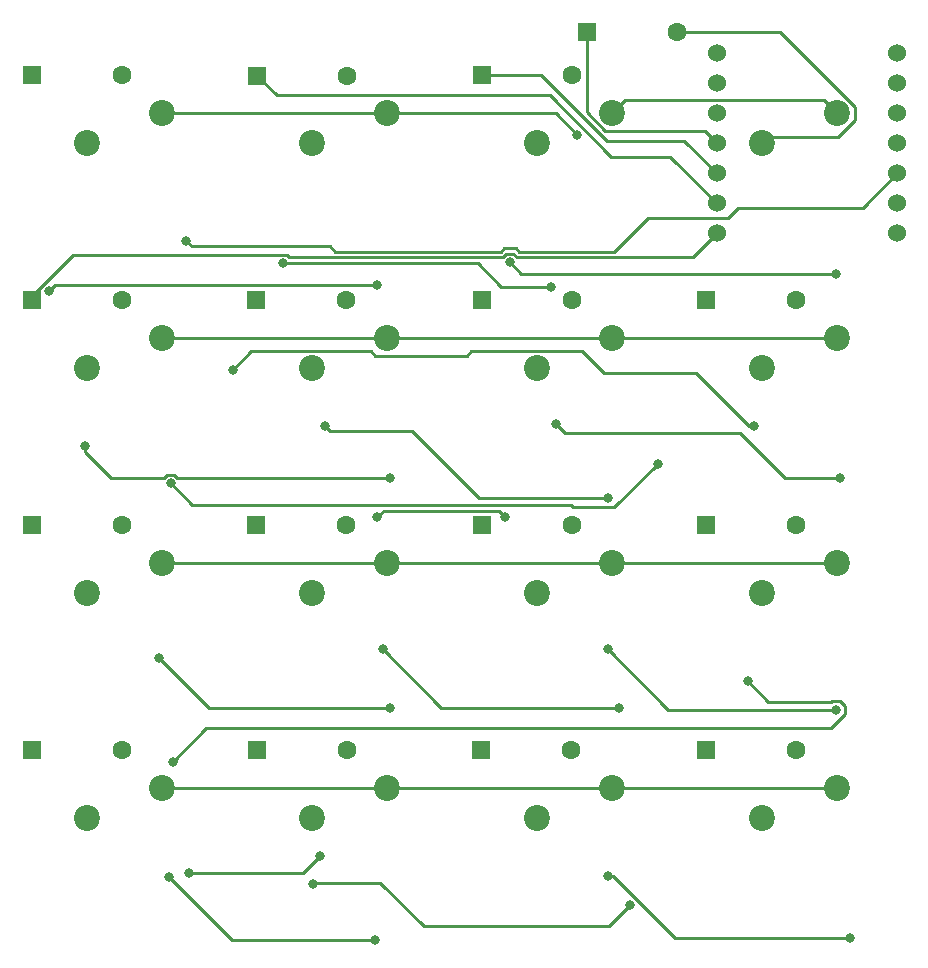
<source format=gbr>
%TF.GenerationSoftware,KiCad,Pcbnew,9.0.2*%
%TF.CreationDate,2025-06-30T11:30:22+02:00*%
%TF.ProjectId,HackPad,4861636b-5061-4642-9e6b-696361645f70,rev?*%
%TF.SameCoordinates,Original*%
%TF.FileFunction,Copper,L1,Top*%
%TF.FilePolarity,Positive*%
%FSLAX46Y46*%
G04 Gerber Fmt 4.6, Leading zero omitted, Abs format (unit mm)*
G04 Created by KiCad (PCBNEW 9.0.2) date 2025-06-30 11:30:22*
%MOMM*%
%LPD*%
G01*
G04 APERTURE LIST*
G04 Aperture macros list*
%AMRoundRect*
0 Rectangle with rounded corners*
0 $1 Rounding radius*
0 $2 $3 $4 $5 $6 $7 $8 $9 X,Y pos of 4 corners*
0 Add a 4 corners polygon primitive as box body*
4,1,4,$2,$3,$4,$5,$6,$7,$8,$9,$2,$3,0*
0 Add four circle primitives for the rounded corners*
1,1,$1+$1,$2,$3*
1,1,$1+$1,$4,$5*
1,1,$1+$1,$6,$7*
1,1,$1+$1,$8,$9*
0 Add four rect primitives between the rounded corners*
20,1,$1+$1,$2,$3,$4,$5,0*
20,1,$1+$1,$4,$5,$6,$7,0*
20,1,$1+$1,$6,$7,$8,$9,0*
20,1,$1+$1,$8,$9,$2,$3,0*%
G04 Aperture macros list end*
%TA.AperFunction,ComponentPad*%
%ADD10C,2.200000*%
%TD*%
%TA.AperFunction,ComponentPad*%
%ADD11RoundRect,0.250000X-0.550000X-0.550000X0.550000X-0.550000X0.550000X0.550000X-0.550000X0.550000X0*%
%TD*%
%TA.AperFunction,ComponentPad*%
%ADD12C,1.600000*%
%TD*%
%TA.AperFunction,ComponentPad*%
%ADD13C,1.524000*%
%TD*%
%TA.AperFunction,ViaPad*%
%ADD14C,0.800000*%
%TD*%
%TA.AperFunction,Conductor*%
%ADD15C,0.250000*%
%TD*%
G04 APERTURE END LIST*
D10*
%TO.P,SW6,1,1*%
%TO.N,Net-(U1-GPIO27{slash}ADC1{slash}A1)*%
X59690000Y-44926200D03*
%TO.P,SW6,2,2*%
%TO.N,Net-(D27-A)*%
X53340000Y-47466200D03*
%TD*%
%TO.P,SW13,1,1*%
%TO.N,Net-(U1-GPIO29{slash}ADC3{slash}A3)*%
X40640000Y-83026200D03*
%TO.P,SW13,2,2*%
%TO.N,Net-(D20-A)*%
X34290000Y-85566200D03*
%TD*%
%TO.P,SW8,1,1*%
%TO.N,Net-(U1-GPIO27{slash}ADC1{slash}A1)*%
X97790000Y-44926200D03*
%TO.P,SW8,2,2*%
%TO.N,Net-(D25-A)*%
X91440000Y-47466200D03*
%TD*%
%TO.P,SW9,1,1*%
%TO.N,Net-(U1-GPIO28{slash}ADC2{slash}A2)*%
X40640000Y-63976200D03*
%TO.P,SW9,2,2*%
%TO.N,Net-(D24-A)*%
X34290000Y-66516200D03*
%TD*%
%TO.P,SW12,1,1*%
%TO.N,Net-(U1-GPIO28{slash}ADC2{slash}A2)*%
X97790000Y-63976200D03*
%TO.P,SW12,2,2*%
%TO.N,Net-(D21-A)*%
X91440000Y-66516200D03*
%TD*%
%TO.P,SW1,1,1*%
%TO.N,Net-(U1-GPIO26{slash}ADC0{slash}A0)*%
X40640000Y-25876200D03*
%TO.P,SW1,2,2*%
%TO.N,Net-(D32-A)*%
X34290000Y-28416200D03*
%TD*%
%TO.P,SW4,1,1*%
%TO.N,Net-(U1-GPIO26{slash}ADC0{slash}A0)*%
X97790000Y-25876200D03*
%TO.P,SW4,2,2*%
%TO.N,Net-(D29-A)*%
X91440000Y-28416200D03*
%TD*%
%TO.P,SW3,1,1*%
%TO.N,Net-(U1-GPIO26{slash}ADC0{slash}A0)*%
X78740000Y-25876200D03*
%TO.P,SW3,2,2*%
%TO.N,Net-(D30-A)*%
X72390000Y-28416200D03*
%TD*%
%TO.P,SW15,1,1*%
%TO.N,Net-(U1-GPIO29{slash}ADC3{slash}A3)*%
X78740000Y-83026200D03*
%TO.P,SW15,2,2*%
%TO.N,Net-(D18-A)*%
X72390000Y-85566200D03*
%TD*%
%TO.P,SW16,1,1*%
%TO.N,Net-(U1-GPIO29{slash}ADC3{slash}A3)*%
X97790000Y-83026200D03*
%TO.P,SW16,2,2*%
%TO.N,Net-(D17-A)*%
X91440000Y-85566200D03*
%TD*%
%TO.P,SW2,1,1*%
%TO.N,Net-(U1-GPIO26{slash}ADC0{slash}A0)*%
X59690000Y-25876200D03*
%TO.P,SW2,2,2*%
%TO.N,Net-(D31-A)*%
X53340000Y-28416200D03*
%TD*%
%TO.P,SW14,1,1*%
%TO.N,Net-(U1-GPIO29{slash}ADC3{slash}A3)*%
X59690000Y-83026200D03*
%TO.P,SW14,2,2*%
%TO.N,Net-(D19-A)*%
X53340000Y-85566200D03*
%TD*%
%TO.P,SW7,1,1*%
%TO.N,Net-(U1-GPIO27{slash}ADC1{slash}A1)*%
X78740000Y-44926200D03*
%TO.P,SW7,2,2*%
%TO.N,Net-(D26-A)*%
X72390000Y-47466200D03*
%TD*%
%TO.P,SW5,1,1*%
%TO.N,Net-(U1-GPIO27{slash}ADC1{slash}A1)*%
X40640000Y-44926200D03*
%TO.P,SW5,2,2*%
%TO.N,Net-(D28-A)*%
X34290000Y-47466200D03*
%TD*%
%TO.P,SW11,1,1*%
%TO.N,Net-(U1-GPIO28{slash}ADC2{slash}A2)*%
X78740000Y-63976200D03*
%TO.P,SW11,2,2*%
%TO.N,Net-(D22-A)*%
X72390000Y-66516200D03*
%TD*%
%TO.P,SW10,1,1*%
%TO.N,Net-(U1-GPIO28{slash}ADC2{slash}A2)*%
X59690000Y-63976200D03*
%TO.P,SW10,2,2*%
%TO.N,Net-(D23-A)*%
X53340000Y-66516200D03*
%TD*%
D11*
%TO.P,D21,1,K*%
%TO.N,Net-(D17-K)*%
X86680000Y-60700000D03*
D12*
%TO.P,D21,2,A*%
%TO.N,Net-(D21-A)*%
X94300000Y-60700000D03*
%TD*%
D11*
%TO.P,D19,1,K*%
%TO.N,Net-(D19-K)*%
X48690000Y-79800000D03*
D12*
%TO.P,D19,2,A*%
%TO.N,Net-(D19-A)*%
X56310000Y-79800000D03*
%TD*%
D11*
%TO.P,D29,1,K*%
%TO.N,Net-(D17-K)*%
X76590000Y-19000000D03*
D12*
%TO.P,D29,2,A*%
%TO.N,Net-(D29-A)*%
X84210000Y-19000000D03*
%TD*%
D13*
%TO.P,U1,1,GPIO26/ADC0/A0*%
%TO.N,Net-(U1-GPIO26{slash}ADC0{slash}A0)*%
X102865000Y-20791200D03*
%TO.P,U1,2,GPIO27/ADC1/A1*%
%TO.N,Net-(U1-GPIO27{slash}ADC1{slash}A1)*%
X102865000Y-23331200D03*
%TO.P,U1,3,GPIO28/ADC2/A2*%
%TO.N,Net-(U1-GPIO28{slash}ADC2{slash}A2)*%
X102865000Y-25871200D03*
%TO.P,U1,4,GPIO29/ADC3/A3*%
%TO.N,Net-(U1-GPIO29{slash}ADC3{slash}A3)*%
X102865000Y-28411200D03*
%TO.P,U1,5,GPIO6/SDA*%
%TO.N,Net-(D1-DIN)*%
X102865000Y-30951200D03*
%TO.P,U1,6,GPIO7/SCL*%
%TO.N,unconnected-(U1-GPIO7{slash}SCL-Pad6)*%
X102865000Y-33491200D03*
%TO.P,U1,7,GPIO0/TX*%
%TO.N,unconnected-(U1-GPIO0{slash}TX-Pad7)*%
X102865000Y-36031200D03*
%TO.P,U1,8,GPIO1/RX*%
%TO.N,Net-(D20-K)*%
X87625000Y-36031200D03*
%TO.P,U1,9,GPIO2/SCK*%
%TO.N,Net-(D19-K)*%
X87625000Y-33491200D03*
%TO.P,U1,10,GPIO4/MISO*%
%TO.N,Net-(D18-K)*%
X87625000Y-30951200D03*
%TO.P,U1,11,GPIO3/MOSI*%
%TO.N,Net-(D17-K)*%
X87625000Y-28411200D03*
%TO.P,U1,12,3V3*%
%TO.N,unconnected-(U1-3V3-Pad12)*%
X87625000Y-25871200D03*
%TO.P,U1,13,GND*%
%TO.N,GND*%
X87625000Y-23331200D03*
%TO.P,U1,14,VBUS*%
%TO.N,+5V*%
X87625000Y-20791200D03*
%TD*%
D11*
%TO.P,D18,1,K*%
%TO.N,Net-(D18-K)*%
X67680000Y-79800000D03*
D12*
%TO.P,D18,2,A*%
%TO.N,Net-(D18-A)*%
X75300000Y-79800000D03*
%TD*%
D11*
%TO.P,D20,1,K*%
%TO.N,Net-(D20-K)*%
X29590000Y-79800000D03*
D12*
%TO.P,D20,2,A*%
%TO.N,Net-(D20-A)*%
X37210000Y-79800000D03*
%TD*%
D11*
%TO.P,D24,1,K*%
%TO.N,Net-(D20-K)*%
X29600000Y-60700000D03*
D12*
%TO.P,D24,2,A*%
%TO.N,Net-(D24-A)*%
X37220000Y-60700000D03*
%TD*%
D11*
%TO.P,D30,1,K*%
%TO.N,Net-(D18-K)*%
X67690000Y-22600000D03*
D12*
%TO.P,D30,2,A*%
%TO.N,Net-(D30-A)*%
X75310000Y-22600000D03*
%TD*%
D11*
%TO.P,D25,1,K*%
%TO.N,Net-(D17-K)*%
X86690000Y-41700000D03*
D12*
%TO.P,D25,2,A*%
%TO.N,Net-(D25-A)*%
X94310000Y-41700000D03*
%TD*%
D11*
%TO.P,D31,1,K*%
%TO.N,Net-(D19-K)*%
X48690000Y-22700000D03*
D12*
%TO.P,D31,2,A*%
%TO.N,Net-(D31-A)*%
X56310000Y-22700000D03*
%TD*%
D11*
%TO.P,D28,1,K*%
%TO.N,Net-(D20-K)*%
X29590000Y-41700000D03*
D12*
%TO.P,D28,2,A*%
%TO.N,Net-(D28-A)*%
X37210000Y-41700000D03*
%TD*%
D11*
%TO.P,D23,1,K*%
%TO.N,Net-(D19-K)*%
X48590000Y-60700000D03*
D12*
%TO.P,D23,2,A*%
%TO.N,Net-(D23-A)*%
X56210000Y-60700000D03*
%TD*%
D11*
%TO.P,D26,1,K*%
%TO.N,Net-(D18-K)*%
X67690000Y-41700000D03*
D12*
%TO.P,D26,2,A*%
%TO.N,Net-(D26-A)*%
X75310000Y-41700000D03*
%TD*%
D11*
%TO.P,D17,1,K*%
%TO.N,Net-(D17-K)*%
X86680000Y-79800000D03*
D12*
%TO.P,D17,2,A*%
%TO.N,Net-(D17-A)*%
X94300000Y-79800000D03*
%TD*%
D11*
%TO.P,D27,1,K*%
%TO.N,Net-(D19-K)*%
X48590000Y-41700000D03*
D12*
%TO.P,D27,2,A*%
%TO.N,Net-(D27-A)*%
X56210000Y-41700000D03*
%TD*%
D11*
%TO.P,D22,1,K*%
%TO.N,Net-(D18-K)*%
X67690000Y-60700000D03*
D12*
%TO.P,D22,2,A*%
%TO.N,Net-(D22-A)*%
X75310000Y-60700000D03*
%TD*%
D11*
%TO.P,D32,1,K*%
%TO.N,Net-(D20-K)*%
X29590000Y-22600000D03*
D12*
%TO.P,D32,2,A*%
%TO.N,Net-(D32-A)*%
X37210000Y-22600000D03*
%TD*%
D14*
%TO.N,+5V*%
X54035000Y-88766400D03*
X42950700Y-90221300D03*
%TO.N,GND*%
X69682000Y-60059500D03*
X58853600Y-60059500D03*
%TO.N,Net-(D1-DIN)*%
X42696400Y-36683500D03*
%TO.N,Net-(D1-DOUT)*%
X58853600Y-40401200D03*
X31035400Y-40948200D03*
%TO.N,Net-(D2-DOUT)*%
X73582300Y-40585900D03*
X50883700Y-38566200D03*
%TO.N,Net-(D3-DOUT)*%
X70085900Y-38474800D03*
X97726200Y-39452800D03*
%TO.N,Net-(D4-DOUT)*%
X82619100Y-55544300D03*
X41364400Y-57197700D03*
%TO.N,Net-(D5-DOUT)*%
X34092900Y-54065400D03*
X59958500Y-56733300D03*
%TO.N,Net-(D6-DOUT)*%
X78364300Y-58471100D03*
X54475000Y-52379700D03*
%TO.N,Net-(D7-DOUT)*%
X98017700Y-56733300D03*
X74021300Y-52211000D03*
%TO.N,Net-(D8-DOUT)*%
X90726000Y-52328800D03*
X46609500Y-47572700D03*
%TO.N,Net-(D10-DIN)*%
X59958500Y-76222800D03*
X40409100Y-71982400D03*
%TO.N,Net-(D10-DOUT)*%
X59303700Y-71261000D03*
X79363100Y-76222800D03*
%TO.N,Net-(D11-DOUT)*%
X78353700Y-71261000D03*
X97720400Y-76392400D03*
%TO.N,Net-(D12-DOUT)*%
X90221700Y-73962000D03*
X41531000Y-80758700D03*
%TO.N,Net-(D13-DOUT)*%
X58704300Y-95881900D03*
X41240800Y-90567700D03*
%TO.N,Net-(D14-DOUT)*%
X53458500Y-91102200D03*
X80250600Y-92926400D03*
%TO.N,Net-(D15-DOUT)*%
X78357700Y-90439500D03*
X98852600Y-95712300D03*
%TO.N,Net-(U1-GPIO26{slash}ADC0{slash}A0)*%
X75782700Y-27682300D03*
%TD*%
D15*
%TO.N,+5V*%
X54035000Y-88766400D02*
X52580200Y-90221200D01*
X42950700Y-90221200D02*
X42950700Y-90221300D01*
X42950700Y-90221200D02*
X42950700Y-90221300D01*
X42950700Y-90221300D02*
X42950700Y-90221200D01*
X52580200Y-90221200D02*
X42950700Y-90221200D01*
%TO.N,GND*%
X58853600Y-60059500D02*
X59408300Y-59504800D01*
X59408300Y-59504800D02*
X69127300Y-59504800D01*
X69127300Y-59504800D02*
X69682000Y-60059500D01*
%TO.N,Net-(D1-DIN)*%
X88538800Y-34761200D02*
X81747700Y-34761200D01*
X55280500Y-37591400D02*
X54830400Y-37141300D01*
X70869000Y-37591400D02*
X70574000Y-37296400D01*
X69597900Y-37296400D02*
X69302900Y-37591400D01*
X102865000Y-30951200D02*
X99944500Y-33871700D01*
X81747700Y-34761200D02*
X78917500Y-37591400D01*
X99944500Y-33871700D02*
X89428300Y-33871700D01*
X89428300Y-33871700D02*
X88538800Y-34761200D01*
X69302900Y-37591400D02*
X55280500Y-37591400D01*
X78917500Y-37591400D02*
X70869000Y-37591400D01*
X70574000Y-37296400D02*
X69597900Y-37296400D01*
X54830400Y-37141200D02*
X43154100Y-37141200D01*
X54830400Y-37141300D02*
X54830400Y-37141200D01*
X43154100Y-37141200D02*
X42696400Y-36683500D01*
%TO.N,Net-(D1-DOUT)*%
X31582400Y-40401200D02*
X58853600Y-40401200D01*
X31035400Y-40948200D02*
X31582400Y-40401200D01*
%TO.N,Net-(D2-DOUT)*%
X73582300Y-40585900D02*
X69372800Y-40585900D01*
X69372800Y-40585900D02*
X67353100Y-38566200D01*
X67353100Y-38566200D02*
X50883700Y-38566200D01*
%TO.N,Net-(D3-DOUT)*%
X71063900Y-39452800D02*
X70085900Y-38474800D01*
X97726200Y-39452800D02*
X71063900Y-39452800D01*
%TO.N,Net-(D4-DOUT)*%
X41364400Y-57197700D02*
X43208400Y-59041700D01*
X43208400Y-59041700D02*
X75243000Y-59041700D01*
X75440900Y-59239600D02*
X78923800Y-59239600D01*
X75243000Y-59041700D02*
X75440900Y-59239600D01*
X78923800Y-59239600D02*
X82619100Y-55544300D01*
%TO.N,Net-(D5-DOUT)*%
X41927700Y-56733300D02*
X41665400Y-56471000D01*
X36278800Y-56733300D02*
X34092900Y-54547400D01*
X41063500Y-56471000D02*
X40801200Y-56733300D01*
X41665400Y-56471000D02*
X41063500Y-56471000D01*
X40801200Y-56733300D02*
X36278800Y-56733300D01*
X59958500Y-56733300D02*
X41927700Y-56733300D01*
X34092900Y-54547400D02*
X34092900Y-54065400D01*
%TO.N,Net-(D6-DOUT)*%
X67509200Y-58471100D02*
X61829000Y-52790900D01*
X61829000Y-52790900D02*
X54886200Y-52790900D01*
X54886200Y-52790900D02*
X54475000Y-52379700D01*
X78364300Y-58471100D02*
X67509200Y-58471100D01*
%TO.N,Net-(D7-DOUT)*%
X98017700Y-56733300D02*
X93421000Y-56733300D01*
X89609400Y-52921700D02*
X74732000Y-52921700D01*
X93421000Y-56733300D02*
X89609400Y-52921700D01*
X74732000Y-52921700D02*
X74021300Y-52211000D01*
%TO.N,Net-(D8-DOUT)*%
X90294800Y-52328800D02*
X90726000Y-52328800D01*
X76172700Y-46022500D02*
X78032300Y-47882100D01*
X66819700Y-46022500D02*
X76172700Y-46022500D01*
X66451700Y-46390500D02*
X66819700Y-46022500D01*
X78032300Y-47882100D02*
X85848100Y-47882100D01*
X46609500Y-47572700D02*
X48152300Y-46029900D01*
X85848100Y-47882100D02*
X90294800Y-52328800D01*
X58294100Y-46029900D02*
X58654700Y-46390500D01*
X58654700Y-46390500D02*
X66451700Y-46390500D01*
X48152300Y-46029900D02*
X58294100Y-46029900D01*
%TO.N,Net-(D10-DIN)*%
X44649500Y-76222800D02*
X59958500Y-76222800D01*
X40409100Y-71982400D02*
X44649500Y-76222800D01*
%TO.N,Net-(D10-DOUT)*%
X64265500Y-76222800D02*
X79363100Y-76222800D01*
X59303700Y-71261000D02*
X64265500Y-76222800D01*
%TO.N,Net-(D11-DOUT)*%
X83485100Y-76392400D02*
X97720400Y-76392400D01*
X78353700Y-71261000D02*
X83485100Y-76392400D01*
%TO.N,Net-(D12-DOUT)*%
X98004900Y-75622400D02*
X98450600Y-76068100D01*
X44348100Y-77941600D02*
X41531000Y-80758700D01*
X97265100Y-75682900D02*
X97325600Y-75622400D01*
X98450600Y-76068100D02*
X98450600Y-76763000D01*
X90221700Y-73962000D02*
X91942600Y-75682900D01*
X91942600Y-75682900D02*
X97265100Y-75682900D01*
X97272000Y-77941600D02*
X44348100Y-77941600D01*
X97325600Y-75622400D02*
X98004900Y-75622400D01*
X98450600Y-76763000D02*
X97272000Y-77941600D01*
%TO.N,Net-(D13-DOUT)*%
X46555000Y-95881900D02*
X58704300Y-95881900D01*
X41240800Y-90567700D02*
X46555000Y-95881900D01*
%TO.N,Net-(D14-DOUT)*%
X53458500Y-91102200D02*
X53458500Y-90997400D01*
X80250600Y-92926400D02*
X80079800Y-92926400D01*
X80079800Y-92926400D02*
X80250600Y-92926400D01*
X53458500Y-91102200D02*
X53563300Y-90997400D01*
X53458500Y-90997400D02*
X53458500Y-91102200D01*
X59078200Y-90997400D02*
X62776200Y-94695400D01*
X78481600Y-94695400D02*
X80250600Y-92926400D01*
X53563300Y-90997400D02*
X59078200Y-90997400D01*
X62776200Y-94695400D02*
X78481600Y-94695400D01*
%TO.N,Net-(D15-DOUT)*%
X84071900Y-95712300D02*
X78799100Y-90439500D01*
X78799100Y-90439500D02*
X78357700Y-90439500D01*
X98852600Y-95712300D02*
X84071900Y-95712300D01*
%TO.N,Net-(D17-K)*%
X78175800Y-27360500D02*
X86574300Y-27360500D01*
X86574300Y-27360500D02*
X87625000Y-28411200D01*
X76590000Y-19000000D02*
X76590000Y-25774700D01*
X76590000Y-25774700D02*
X78175800Y-27360500D01*
%TO.N,Net-(D18-K)*%
X78280400Y-28193900D02*
X72686500Y-22600000D01*
X84867700Y-28193900D02*
X78280400Y-28193900D01*
X72686500Y-22600000D02*
X67690000Y-22600000D01*
X87625000Y-30951200D02*
X84867700Y-28193900D01*
%TO.N,Net-(D19-K)*%
X87625000Y-33491200D02*
X83663300Y-29529500D01*
X50351900Y-24361900D02*
X48690000Y-22700000D01*
X78659000Y-29529500D02*
X73491400Y-24361900D01*
X83663300Y-29529500D02*
X78659000Y-29529500D01*
X73491400Y-24361900D02*
X50351900Y-24361900D01*
%TO.N,Net-(D20-K)*%
X69490000Y-38043100D02*
X51388300Y-38043100D01*
X33116500Y-37839500D02*
X29590000Y-41366000D01*
X70681900Y-38043100D02*
X70386900Y-37748100D01*
X85613100Y-38043100D02*
X70681900Y-38043100D01*
X87625000Y-36031200D02*
X85613100Y-38043100D01*
X51388300Y-38043100D02*
X51184700Y-37839500D01*
X70386900Y-37748100D02*
X69785000Y-37748100D01*
X69785000Y-37748100D02*
X69490000Y-38043100D01*
X29590000Y-41366000D02*
X29590000Y-41700000D01*
X51184700Y-37839500D02*
X33116500Y-37839500D01*
%TO.N,Net-(D29-A)*%
X91999600Y-27856600D02*
X97848200Y-27856600D01*
X99275300Y-25331500D02*
X92943800Y-19000000D01*
X91440000Y-28416200D02*
X91999600Y-27856600D01*
X92943800Y-19000000D02*
X84210000Y-19000000D01*
X97848200Y-27856600D02*
X99275300Y-26429500D01*
X99275300Y-26429500D02*
X99275300Y-25331500D01*
%TO.N,Net-(U1-GPIO26{slash}ADC0{slash}A0)*%
X73976600Y-25876200D02*
X75782700Y-27682300D01*
X40640000Y-25876200D02*
X59690000Y-25876200D01*
X78740000Y-25876200D02*
X79855900Y-24760300D01*
X59690000Y-25876200D02*
X73976600Y-25876200D01*
X96674100Y-24760300D02*
X97790000Y-25876200D01*
X79855900Y-24760300D02*
X96674100Y-24760300D01*
%TO.N,Net-(U1-GPIO27{slash}ADC1{slash}A1)*%
X78740000Y-44926200D02*
X97790000Y-44926200D01*
X40640000Y-44926200D02*
X59690000Y-44926200D01*
X59690000Y-44926200D02*
X78740000Y-44926200D01*
%TO.N,Net-(U1-GPIO28{slash}ADC2{slash}A2)*%
X59690000Y-63976200D02*
X78740000Y-63976200D01*
X78740000Y-63976200D02*
X97790000Y-63976200D01*
X59690000Y-63976200D02*
X40640000Y-63976200D01*
%TO.N,Net-(U1-GPIO29{slash}ADC3{slash}A3)*%
X59690000Y-83026200D02*
X40640000Y-83026200D01*
X78740000Y-83026200D02*
X97790000Y-83026200D01*
X59690000Y-83026200D02*
X78740000Y-83026200D01*
%TD*%
M02*

</source>
